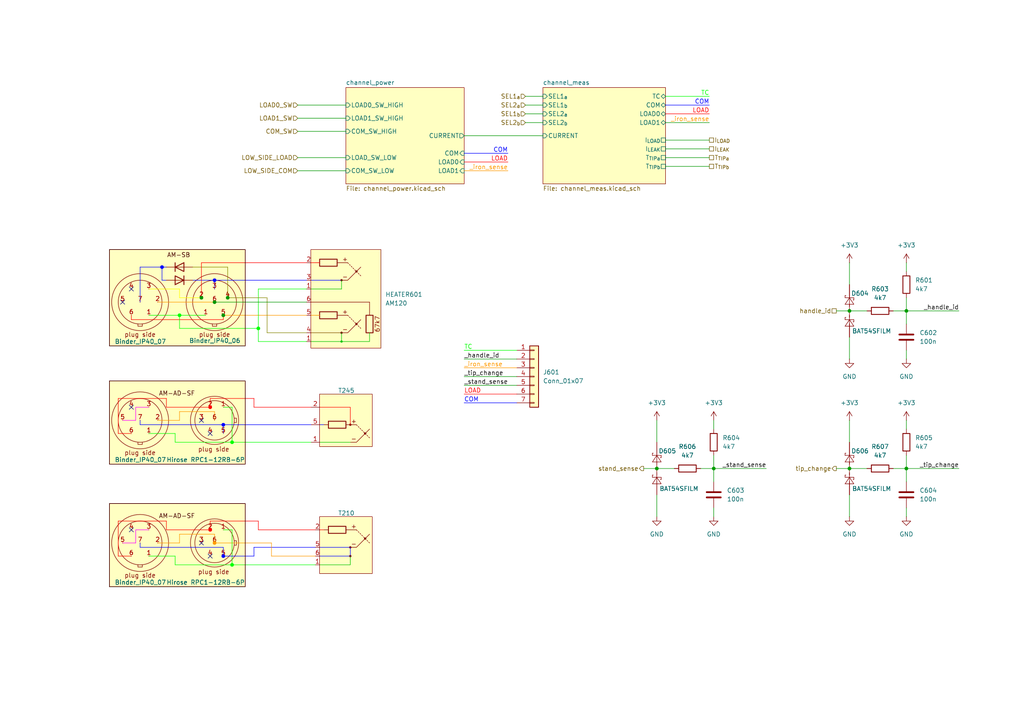
<source format=kicad_sch>
(kicad_sch (version 20231120) (generator "eeschema") (generator_version "8.0")
  (paper "A4")
  (lib_symbols
    (symbol "Connector_Generic:Conn_01x07" (pin_names (offset 1.016) hide)
      (property "Reference" "J" (at 0 10.16 0))
      (property "Value" "Conn_01x07" (at 0 -10.16 0))
      (symbol "Conn_01x07_1_1"
        (rectangle (start -1.27 -7.493) (end 0 -7.747) (stroke (width 0.1524)))
        (rectangle (start -1.27 -4.953) (end 0 -5.207) (stroke (width 0.1524)))
        (rectangle (start -1.27 -2.413) (end 0 -2.667) (stroke (width 0.1524)))
        (rectangle (start -1.27 0.127) (end 0 -0.127) (stroke (width 0.1524)))
        (rectangle (start -1.27 2.667) (end 0 2.413) (stroke (width 0.1524)))
        (rectangle (start -1.27 5.207) (end 0 4.953) (stroke (width 0.1524)))
        (rectangle (start -1.27 7.747) (end 0 7.493) (stroke (width 0.1524)))
        (rectangle (start -1.27 8.89) (end 1.27 -8.89) (stroke (width 0.254)) (fill (type background)))
        (pin passive line (at -5.08 7.62 0) (length 3.81) (name "Pin_1") (number "1"))
        (pin passive line (at -5.08 5.08 0) (length 3.81) (name "Pin_2") (number "2"))
        (pin passive line (at -5.08 2.54 0) (length 3.81) (name "Pin_3") (number "3"))
        (pin passive line (at -5.08 0 0) (length 3.81) (name "Pin_4") (number "4"))
        (pin passive line (at -5.08 -2.54 0) (length 3.81) (name "Pin_5") (number "5"))
        (pin passive line (at -5.08 -5.08 0) (length 3.81) (name "Pin_6") (number "6"))
        (pin passive line (at -5.08 -7.62 0) (length 3.81) (name "Pin_7") (number "7"))
      )
    )
    (symbol "Device:C" (pin_numbers hide) (pin_names (offset 0.254))
      (property "Reference" "C" (at 0.635 2.54 0))
      (property "Value" "C" (at 0.635 -2.54 0))
      (symbol "C_0_1"
        (polyline (pts (xy -2.032 -0.762) (xy 2.032 -0.762)) (stroke (width 0.508)))
        (polyline (pts (xy -2.032 0.762) (xy 2.032 0.762)) (stroke (width 0.508)))
      )
      (symbol "C_1_1"
        (pin passive line (at 0 3.81 270) (length 2.794) (name "~") (number "1"))
        (pin passive line (at 0 -3.81 90) (length 2.794) (name "~") (number "2"))
      )
    )
    (symbol "Device:D" (pin_numbers hide) (pin_names (offset 1.016) hide)
      (property "Reference" "D" (at 0 2.54 0))
      (property "Value" "D" (at 0 -2.54 0))
      (symbol "D_0_1"
        (polyline (pts (xy -1.27 1.27) (xy -1.27 -1.27)) (stroke (width 0.254)))
        (polyline (pts (xy 1.27 0) (xy -1.27 0)))
        (polyline (pts (xy 1.27 1.27) (xy 1.27 -1.27) (xy -1.27 0) (xy 1.27 1.27)) (stroke (width 0.254)))
      )
      (symbol "D_1_1"
        (pin passive line (at -3.81 0 0) (length 2.54) (name "K") (number "1"))
        (pin passive line (at 3.81 0 180) (length 2.54) (name "A") (number "2"))
      )
    )
    (symbol "Device:R" (pin_numbers hide) (pin_names (offset 0))
      (property "Reference" "R" (at 2.032 0 90))
      (property "Value" "R" (at 0 0 90))
      (symbol "R_0_1"
        (rectangle (start -1.016 -2.54) (end 1.016 2.54) (stroke (width 0.254)))
      )
      (symbol "R_1_1"
        (pin passive line (at 0 3.81 270) (length 1.27) (name "~") (number "1"))
        (pin passive line (at 0 -3.81 90) (length 1.27) (name "~") (number "2"))
      )
    )
    (symbol "mylib_connectors:Binder_IP40_06" (exclude_from_sim yes) (in_bom no) (on_board no)
      (property "Reference" "X" (at 0 9.144 0))
      (property "Value" "Binder_IP40_06" (at 0 -11.43 0))
      (symbol "Binder_IP40_06_1_1"
        (polyline (pts (xy -0.635 -6.35) (xy -0.635 -6.985) (xy 0.635 -6.985) (xy 0.635 -6.35)))
        (circle (center 0 0) (radius 6.35))
        (circle (center 0 0) (radius 8.255))
        (text "plug side" (at 0 -9.398 0) (effects (font (size 1.27 1.27))))
        (pin bidirectional line (at -2.54 -3.81 0) (length 0) (name "") (number "1"))
        (pin bidirectional line (at -3.81 1.27 0) (length 0) (name "") (number "2"))
        (pin bidirectional line (at 0 3.81 0) (length 0) (name "") (number "3"))
        (pin bidirectional line (at 3.81 1.27 0) (length 0) (name "") (number "4"))
        (pin bidirectional line (at 2.54 -3.81 0) (length 0) (name "") (number "5"))
        (pin bidirectional line (at 0 0 0) (length 0) (name "") (number "6"))
      )
    )
    (symbol "mylib_connectors:Binder_IP40_07" (exclude_from_sim yes) (in_bom no) (on_board no)
      (property "Reference" "X" (at 0 9.144 0))
      (property "Value" "Binder_IP40_07" (at 0 -11.43 0))
      (symbol "Binder_IP40_07_1_1"
        (polyline (pts (xy -0.635 -6.35) (xy -0.635 -6.985) (xy 0.635 -6.985) (xy 0.635 -6.35)))
        (circle (center 0 0) (radius 6.35))
        (circle (center 0 0) (radius 8.255))
        (text "plug side" (at 0 -9.398 0) (effects (font (size 1.27 1.27))))
        (pin bidirectional line (at 2.54 -3.81 0) (length 0) (name "") (number "1"))
        (pin bidirectional line (at 5.08 0 0) (length 0) (name "") (number "2"))
        (pin bidirectional line (at 2.54 3.81 0) (length 0) (name "") (number "3"))
        (pin bidirectional line (at -2.54 3.81 0) (length 0) (name "") (number "4"))
        (pin bidirectional line (at -5.08 0 0) (length 0) (name "") (number "5"))
        (pin bidirectional line (at -2.54 -3.81 0) (length 0) (name "") (number "6"))
        (pin bidirectional line (at 0 0 0) (length 0) (name "") (number "7"))
      )
    )
    (symbol "mylib_connectors:Hirose RPC1-12RB-6P" (exclude_from_sim yes) (in_bom no) (on_board no)
      (property "Reference" "X" (at 0 9.144 0))
      (property "Value" "Hirose RPC1-12RB-6P" (at 0 -11.43 0))
      (symbol "Hirose RPC1-12RB-6P_1_1"
        (polyline (pts (xy -0.635 -5.715) (xy -0.635 -6.35) (xy 0.635 -6.35) (xy 0.635 -5.715)))
        (circle (center 0 0) (radius 5.715))
        (circle (center 0 0) (radius 6.985))
        (text "plug side" (at -8.382 0.254 900) (effects (font (size 1.27 1.27))))
        (pin bidirectional line (at 3.81 -2.54 90) (length 0) (name "") (number "1"))
        (pin bidirectional line (at 3.81 1.27 90) (length 0) (name "") (number "2"))
        (pin bidirectional line (at 0 3.81 90) (length 0) (name "") (number "3"))
        (pin bidirectional line (at -3.81 1.27 90) (length 0) (name "") (number "4"))
        (pin bidirectional line (at -3.81 -2.54 90) (length 0) (name "") (number "5"))
        (pin bidirectional line (at 0 0 90) (length 0) (name "") (number "6"))
      )
    )
    (symbol "mylib_connectors:JBC-AM120" (exclude_from_sim yes) (in_bom no) (on_board no)
      (property "Reference" "HEATER" (at -0.508 12.7 0))
      (property "Value" "AM120" (at -0.508 -15.748 0))
      (symbol "JBC-AM120_0_1"
        (rectangle (start -7.62 -4.064) (end -2.54 -6.096) (stroke (width 0.254)))
        (rectangle (start -7.62 11.176) (end -2.54 9.144) (stroke (width 0.254)))
        (polyline (pts (xy -10.16 -1.27) (xy 6.858 -1.27)))
        (polyline (pts (xy -7.62 -5.08) (xy -8.89 -5.08)))
        (polyline (pts (xy -7.62 10.16) (xy -8.89 10.16)))
        (polyline (pts (xy -2.54 -5.08) (xy 0.508 -5.08)))
        (polyline (pts (xy -2.54 10.16) (xy 0.508 10.16)))
        (polyline (pts (xy -1.27 -10.16) (xy -10.16 -10.16)) (stroke (width 0) (color 128 77 0 1)))
        (polyline (pts (xy -1.27 5.08) (xy -10.16 5.08)) (stroke (width 0) (color 0 0 255 1)))
        (polyline (pts (xy 0.508 -5.08) (xy 0.762 -5.334)))
        (polyline (pts (xy 0.508 10.16) (xy 0.762 9.906)))
        (polyline (pts (xy 1.016 -5.588) (xy 1.27 -5.842)))
        (polyline (pts (xy 1.016 9.652) (xy 1.27 9.398)))
        (polyline (pts (xy 1.524 -6.096) (xy 1.778 -6.35)))
        (polyline (pts (xy 1.524 9.144) (xy 1.778 8.89)))
        (polyline (pts (xy 2.032 -6.604) (xy 2.286 -6.858)))
        (polyline (pts (xy 2.032 8.636) (xy 2.286 8.382)))
        (polyline (pts (xy 2.54 -7.112) (xy 2.794 -7.366)))
        (polyline (pts (xy 2.54 8.128) (xy 2.794 7.874)))
        (polyline (pts (xy 3.048 -7.62) (xy 3.302 -7.874)))
        (polyline (pts (xy 3.048 7.62) (xy 3.302 7.366)))
        (polyline (pts (xy 3.556 -8.128) (xy 3.81 -8.382)))
        (polyline (pts (xy 3.556 7.112) (xy 3.81 6.858)))
        (polyline (pts (xy 4.064 -8.636) (xy 4.318 -8.89)))
        (polyline (pts (xy 4.064 6.604) (xy 4.318 6.35)))
        (polyline (pts (xy 6.858 -1.27) (xy 6.858 -5.08)))
        (polyline (pts (xy -1.27 -10.16) (xy 0.508 -10.16) (xy 4.318 -6.35)))
        (polyline (pts (xy -1.27 5.08) (xy 0.508 5.08) (xy 4.318 8.89)))
        (circle (center 3.048 -7.62) (radius 0.254) (fill (type outline)))
        (circle (center 3.048 7.62) (radius 0.254) (fill (type outline)))
        (rectangle (start 5.842 -5.08) (end 7.874 -10.16) (stroke (width 0.254)))
      )
      (symbol "JBC-AM120_1_1"
        (rectangle (start -10.16 13.97) (end 10.16 -14.605) (fill (type background)))
        (circle (center -1.27 -12.7) (radius 0.254) (stroke (width 0) (color 0 194 0 1)) (fill (type color) (color 0 194 0 1)))
        (circle (center -1.27 -10.16) (radius 0.254) (fill (type color) (color 132 0 0 1)))
        (circle (center -1.27 5.08) (radius 0.254) (fill (type color) (color 132 0 0 1)))
        (polyline (pts (xy -10.16 -5.08) (xy -7.62 -5.08)) (stroke (width 0) (color 255 153 0 1)))
        (polyline (pts (xy -7.62 10.16) (xy -10.16 10.16)) (stroke (width 0) (color 255 0 0 1)))
        (polyline (pts (xy -1.27 -12.7) (xy -10.16 -12.7)) (stroke (width 0) (color 0 194 0 1)))
        (polyline (pts (xy -1.27 -12.7) (xy -1.27 -10.16)) (stroke (width 0) (color 0 194 0 1)) (fill (type color)))
        (polyline (pts (xy -1.27 2.54) (xy -10.16 2.54)) (stroke (width 0) (color 0 194 0 1)))
        (polyline (pts (xy -1.27 2.54) (xy -1.27 5.08)) (stroke (width 0) (color 0 194 0 1)))
        (polyline (pts (xy -1.27 -12.7) (xy 6.858 -12.7) (xy 6.858 -10.16)) (stroke (width 0) (color 0 194 0 1)))
        (text "+" (at -0.254 -4.064 0) (effects (font (size 1.27 1.27))))
        (text "+" (at -0.254 11.176 0) (effects (font (size 1.27 1.27))))
        (text "-\n" (at -0.254 -9.144 0) (effects (font (size 1.27 1.27))))
        (text "-\n" (at -0.254 6.096 0) (effects (font (size 1.27 1.27))))
        (text "67k7" (at 9.144 -7.62 900) (effects (font (size 1.27 1.27))))
        (pin bidirectional line (at -11.43 -12.7 0) (length 1.27) (name "") (number "1"))
        (pin bidirectional line (at -11.43 2.54 0) (length 1.27) (name "") (number "1"))
        (pin bidirectional line (at -11.43 10.16 0) (length 1.27) (name "") (number "2"))
        (pin bidirectional line (at -11.43 5.08 0) (length 1.27) (name "") (number "3"))
        (pin bidirectional line (at -11.43 -10.16 0) (length 1.27) (name "") (number "4"))
        (pin bidirectional line (at -11.43 -5.08 0) (length 1.27) (name "") (number "5"))
        (pin bidirectional line (at -11.43 -1.27 0) (length 1.27) (name "") (number "6"))
      )
    )
    (symbol "mylib_connectors:JBC-T210" (exclude_from_sim yes) (in_bom no) (on_board no)
      (property "Reference" "HEATER" (at -0.254 6.35 0))
      (property "Value" "T210" (at 0 -10.16 0))
      (symbol "JBC-T210_0_1"
        (rectangle (start -5.08 4.826) (end 0 2.794) (stroke (width 0.254)))
        (polyline (pts (xy -5.08 3.81) (xy -6.35 3.81)))
        (polyline (pts (xy 0 3.81) (xy 3.048 3.81)))
        (polyline (pts (xy 1.27 -3.81) (xy -7.62 -3.81)) (stroke (width 0) (color 0 0 255 1)))
        (polyline (pts (xy 1.27 -1.27) (xy -7.62 -1.27)) (stroke (width 0) (color 0 0 255 1)))
        (polyline (pts (xy 3.048 3.81) (xy 3.302 3.556)))
        (polyline (pts (xy 3.556 3.302) (xy 3.81 3.048)))
        (polyline (pts (xy 4.064 2.794) (xy 4.318 2.54)))
        (polyline (pts (xy 4.572 2.286) (xy 4.826 2.032)))
        (polyline (pts (xy 5.08 1.778) (xy 5.334 1.524)))
        (polyline (pts (xy 5.588 1.27) (xy 5.842 1.016)))
        (polyline (pts (xy 6.096 0.762) (xy 6.35 0.508)))
        (polyline (pts (xy 6.604 0.254) (xy 6.858 0)))
        (polyline (pts (xy 1.27 -1.27) (xy 3.048 -1.27) (xy 6.858 2.54)))
        (circle (center 5.588 1.27) (radius 0.254) (fill (type outline)))
      )
      (symbol "JBC-T210_1_1"
        (rectangle (start -7.62 7.62) (end 7.62 -8.89) (fill (type background)))
        (polyline (pts (xy -6.35 3.81) (xy -7.62 3.81)) (stroke (width 0) (color 255 0 0 1)))
        (polyline (pts (xy 1.27 -3.81) (xy 1.27 -1.27)) (stroke (width 0) (color 0 0 255 1)))
        (polyline (pts (xy 1.27 -3.81) (xy 1.27 -6.35) (xy -7.62 -6.35)) (stroke (width 0) (color 0 194 0 1)))
        (circle (center 1.27 -3.81) (radius 0.254) (fill (type color) (color 132 0 0 1)))
        (circle (center 1.27 -1.27) (radius 0.254) (fill (type color) (color 132 0 0 1)))
        (text "+" (at 2.286 4.826 0) (effects (font (size 1.27 1.27))))
        (text "-\n" (at 2.286 -0.254 0) (effects (font (size 1.27 1.27))))
        (pin bidirectional line (at -8.89 -6.35 0) (length 1.27) (name "") (number "1"))
        (pin bidirectional line (at -8.89 3.81 0) (length 1.27) (name "") (number "2"))
        (pin bidirectional line (at -8.89 -1.27 0) (length 1.27) (name "") (number "5"))
        (pin bidirectional line (at -8.89 -3.81 0) (length 1.27) (name "") (number "6"))
      )
    )
    (symbol "mylib_connectors:JBC-T245" (exclude_from_sim yes) (in_bom no) (on_board no)
      (property "Reference" "HEATER" (at 0 5.842 0))
      (property "Value" "T245" (at 0 -8.89 0))
      (symbol "JBC-T245_0_1"
        (rectangle (start -5.08 -0.254) (end 0 -2.286) (stroke (width 0.254)))
        (polyline (pts (xy -6.35 -1.27) (xy -7.62 -1.27)) (stroke (width 0) (color 0 0 255 1)))
        (polyline (pts (xy -5.08 -1.27) (xy -6.35 -1.27)))
        (polyline (pts (xy 0 -1.27) (xy 3.048 -1.27)))
        (polyline (pts (xy 3.048 -1.27) (xy 3.302 -1.524)))
        (polyline (pts (xy 3.556 -1.778) (xy 3.81 -2.032)))
        (polyline (pts (xy 4.064 -2.286) (xy 4.318 -2.54)))
        (polyline (pts (xy 4.572 -2.794) (xy 4.826 -3.048)))
        (polyline (pts (xy 5.08 -3.302) (xy 5.334 -3.556)))
        (polyline (pts (xy 5.588 -3.81) (xy 5.842 -4.064)))
        (polyline (pts (xy 6.096 -4.318) (xy 6.35 -4.572)))
        (polyline (pts (xy 6.604 -4.826) (xy 6.858 -5.08)))
        (polyline (pts (xy 1.27 -6.35) (xy 3.048 -6.35) (xy 6.858 -2.54)))
        (circle (center 5.588 -3.81) (radius 0.254) (fill (type outline)))
      )
      (symbol "JBC-T245_1_1"
        (rectangle (start -7.62 7.62) (end 7.62 -7.62) (fill (type background)))
        (polyline (pts (xy 1.27 -6.35) (xy 1.27 -6.35) (xy -7.62 -6.35)) (stroke (width 0) (color 0 194 0 1)))
        (polyline (pts (xy 1.27 -1.27) (xy 1.27 3.81) (xy -7.62 3.81)) (stroke (width 0) (color 255 0 0 1)))
        (circle (center 1.27 -1.27) (radius 0.254) (fill (type color) (color 132 0 0 1)))
        (text "+" (at 2.286 -0.254 0) (effects (font (size 1.27 1.27))))
        (text "-\n" (at 2.286 -5.334 0) (effects (font (size 1.27 1.27))))
        (pin bidirectional line (at -10.16 -6.35 0) (length 2.54) (name "") (number "1"))
        (pin bidirectional line (at -10.16 3.81 0) (length 2.54) (name "") (number "2"))
        (pin bidirectional line (at -10.16 -1.27 0) (length 2.54) (name "") (number "5"))
      )
    )
    (symbol "mylib_diodes:BAT54SFILM" (pin_numbers hide) (pin_names hide)
      (property "Reference" "D" (at 0 5.588 0))
      (property "Value" "BAT54SFILM" (at 0 0 0))
      (property "Mouser" "511-BAT54SFILM" (at 0 0 0))
      (symbol "BAT54SFILM_0_1"
        (polyline (pts (xy -3.81 0) (xy -1.27 0)))
        (polyline (pts (xy -3.175 -1.27) (xy -3.175 -1.016)))
        (polyline (pts (xy -2.54 -1.27) (xy -3.175 -1.27)))
        (polyline (pts (xy -2.54 -1.27) (xy -2.54 1.27)))
        (polyline (pts (xy -2.54 1.27) (xy -1.905 1.27)))
        (polyline (pts (xy -1.905 0) (xy 1.905 0)))
        (polyline (pts (xy -1.905 1.27) (xy -1.905 1.016)))
        (polyline (pts (xy 1.27 0) (xy 3.81 0)))
        (polyline (pts (xy 3.175 -1.27) (xy 3.175 -1.016)))
        (polyline (pts (xy 3.81 -1.27) (xy 3.175 -1.27)))
        (polyline (pts (xy 3.81 -1.27) (xy 3.81 1.27)))
        (polyline (pts (xy 3.81 1.27) (xy 4.445 1.27)))
        (polyline (pts (xy 4.445 1.27) (xy 4.445 1.016)))
        (polyline (pts (xy -4.445 1.27) (xy -4.445 -1.27) (xy -2.54 0) (xy -4.445 1.27)))
        (polyline (pts (xy 1.905 1.27) (xy 1.905 -1.27) (xy 3.81 0) (xy 1.905 1.27)))
      )
      (symbol "BAT54SFILM_1_1"
        (pin passive line (at -7.62 0 0) (length 3.81) (name "") (number "1"))
        (pin passive line (at 7.62 0 180) (length 3.81) (name "") (number "2"))
        (pin passive line (at 0 0 0) (length 0) (name "") (number "3"))
      )
    )
    (symbol "power:+3V3" (power) (pin_numbers hide) (pin_names (offset 0) hide)
      (property "Value" "+3V3" (at 0 3.556 0))
      (symbol "+3V3_0_1"
        (polyline (pts (xy -0.762 1.27) (xy 0 2.54)))
        (polyline (pts (xy 0 0) (xy 0 2.54)))
        (polyline (pts (xy 0 2.54) (xy 0.762 1.27)))
      )
      (symbol "+3V3_1_1"
        (pin power_in line (at 0 0 90) (length 0) (name "~") (number "1"))
      )
    )
    (symbol "power:GND" (power) (pin_numbers hide) (pin_names (offset 0) hide)
      (property "Value" "GND" (at 0 -3.81 0))
      (symbol "GND_0_1"
        (polyline (pts (xy 0 0) (xy 0 -1.27) (xy 1.27 -1.27) (xy 0 -2.54) (xy -1.27 -1.27) (xy 0 -1.27)))
      )
      (symbol "GND_1_1"
        (pin power_in line (at 0 0 270) (length 0) (name "~") (number "1"))
      )
    )
  )
  (junction (at 74.93 95.25) (color 0 255 0 1))
  (junction (at 46.99 77.47) (color 0 0 255 1))
  (junction (at 60.96 118.11) (color 255 0 0 1))
  (junction (at 262.89 90.17))
  (junction (at 67.31 128.27) (color 0 255 0 1))
  (junction (at 62.23 87.63))
  (junction (at 246.38 90.17))
  (junction (at 58.42 86.36))
  (junction (at 262.89 135.89))
  (junction (at 64.77 161.29) (color 0 0 255 1))
  (junction (at 62.23 81.28) (color 0 0 255 1))
  (junction (at 64.77 123.19) (color 0 0 255 1))
  (junction (at 62.23 157.48) (color 255 153 0 1))
  (junction (at 190.5 135.89))
  (junction (at 66.04 86.36))
  (junction (at 207.01 135.89))
  (junction (at 60.96 153.67) (color 255 0 0 1))
  (junction (at 67.31 163.83) (color 0 255 0 1))
  (junction (at 52.07 91.44) (color 0 255 0 1))
  (junction (at 246.38 135.89))
  (junction (at 64.77 91.44))
  (no_connect (at 60.96 161.29))
  (no_connect (at 38.1 118.11))
  (no_connect (at 35.56 87.63))
  (no_connect (at 38.1 83.82))
  (no_connect (at 58.42 121.92))
  (no_connect (at 38.1 153.67))
  (no_connect (at 60.96 125.73))
  (no_connect (at 58.42 157.48))
  (wire (pts (xy 52.07 86.36) (xy 52.07 83.82)) (stroke (width 0) (color 255 255 0 1)))
  (wire (pts (xy 38.1 92.71) (xy 64.77 92.71)) (stroke (width 0) (color 255 0 0 1)))
  (wire (pts (xy 86.36 30.48) (xy 100.33 30.48)))
  (wire (pts (xy 90.17 118.11) (xy 73.66 118.11)) (stroke (width 0) (color 255 0 0 1)))
  (wire (pts (xy 67.31 163.83) (xy 91.44 163.83)) (stroke (width 0) (color 0 255 0 1)))
  (wire (pts (xy 64.77 158.75) (xy 64.77 161.29)) (stroke (width 0) (color 0 0 255 1)))
  (wire (pts (xy 77.47 86.36) (xy 66.04 86.36)) (stroke (width 0) (color 132 132 0 1)))
  (wire (pts (xy 64.77 123.19) (xy 90.17 123.19)) (stroke (width 0) (color 0 0 255 1)))
  (wire (pts (xy 55.88 81.28) (xy 62.23 81.28)) (stroke (width 0) (color 0 0 255 1)))
  (wire (pts (xy 91.44 153.67) (xy 74.93 153.67)) (stroke (width 0) (color 255 0 0 1)))
  (wire (pts (xy 74.93 153.67) (xy 74.93 151.13)) (stroke (width 0) (color 255 0 0 1)))
  (wire (pts (xy 134.62 49.53) (xy 147.32 49.53)) (stroke (width 0) (color 255 153 0 1)))
  (wire (pts (xy 152.4 27.94) (xy 157.48 27.94)))
  (wire (pts (xy 246.38 90.17) (xy 251.46 90.17)))
  (wire (pts (xy 86.36 38.1) (xy 100.33 38.1)))
  (wire (pts (xy 48.26 115.57) (xy 48.26 118.11)) (stroke (width 0) (color 255 0 0 1)))
  (wire (pts (xy 262.89 121.92) (xy 262.89 124.46)))
  (wire (pts (xy 64.77 123.19) (xy 64.77 125.73)) (stroke (width 0) (color 0 0 255 1)))
  (wire (pts (xy 242.57 90.17) (xy 246.38 90.17)))
  (wire (pts (xy 50.8 125.73) (xy 50.8 128.27)) (stroke (width 0) (color 0 255 0 1)))
  (wire (pts (xy 55.88 77.47) (xy 66.04 77.47)) (stroke (width 0) (color 132 132 0 1)))
  (wire (pts (xy 62.23 119.38) (xy 62.23 121.92)) (stroke (width 0) (color 255 153 0 1)))
  (wire (pts (xy 48.26 151.13) (xy 48.26 153.67)) (stroke (width 0) (color 255 0 0 1)))
  (wire (pts (xy 74.93 99.06) (xy 74.93 95.25)) (stroke (width 0) (color 0 255 0 1)))
  (wire (pts (xy 193.04 30.48) (xy 205.74 30.48)) (stroke (width 0) (color 0 0 255 1)))
  (wire (pts (xy 86.36 49.53) (xy 100.33 49.53)))
  (wire (pts (xy 62.23 81.28) (xy 62.23 83.82)) (stroke (width 0) (color 0 0 255 1)))
  (wire (pts (xy 262.89 135.89) (xy 278.13 135.89)))
  (wire (pts (xy 62.23 81.28) (xy 88.9 81.28)) (stroke (width 0) (color 0 0 255 1)))
  (wire (pts (xy 74.93 83.82) (xy 74.93 95.25)) (stroke (width 0) (color 0 255 0 1)))
  (wire (pts (xy 91.44 158.75) (xy 73.66 158.75)) (stroke (width 0) (color 0 0 255 1)))
  (wire (pts (xy 152.4 33.02) (xy 157.48 33.02)))
  (wire (pts (xy 67.31 118.11) (xy 64.77 118.11)) (stroke (width 0) (color 0 255 0 1)))
  (wire (pts (xy 193.04 43.18) (xy 205.74 43.18)))
  (wire (pts (xy 246.38 76.2) (xy 246.38 82.55)))
  (wire (pts (xy 190.5 135.89) (xy 195.58 135.89)))
  (wire (pts (xy 38.1 91.44) (xy 38.1 92.71)) (stroke (width 0) (color 255 0 0 1)))
  (wire (pts (xy 43.18 91.44) (xy 52.07 91.44)) (stroke (width 0) (color 0 255 0 1)))
  (wire (pts (xy 193.04 35.56) (xy 205.74 35.56)))
  (wire (pts (xy 193.04 33.02) (xy 205.74 33.02)) (stroke (width 0) (color 255 0 0 1)))
  (wire (pts (xy 67.31 128.27) (xy 67.31 118.11)) (stroke (width 0) (color 0 255 0 1)))
  (wire (pts (xy 46.99 81.28) (xy 46.99 77.47)) (stroke (width 0) (color 0 0 255 1)))
  (wire (pts (xy 86.36 45.72) (xy 100.33 45.72)))
  (wire (pts (xy 86.36 34.29) (xy 100.33 34.29)))
  (wire (pts (xy 50.8 128.27) (xy 67.31 128.27)) (stroke (width 0) (color 0 255 0 1)))
  (wire (pts (xy 50.8 161.29) (xy 50.8 163.83)) (stroke (width 0) (color 0 255 0 1)))
  (wire (pts (xy 34.29 125.73) (xy 34.29 115.57)) (stroke (width 0) (color 255 0 0 1)))
  (wire (pts (xy 52.07 154.94) (xy 62.23 154.94)) (stroke (width 0) (color 255 153 0 1)))
  (wire (pts (xy 66.04 86.36) (xy 66.04 77.47)) (stroke (width 0) (color 132 132 0 1)))
  (wire (pts (xy 52.07 95.25) (xy 52.07 91.44)) (stroke (width 0) (color 0 255 0 1)))
  (wire (pts (xy 48.26 81.28) (xy 46.99 81.28)) (stroke (width 0) (color 0 0 255 1)))
  (wire (pts (xy 73.66 158.75) (xy 73.66 161.29)) (stroke (width 0) (color 0 0 255 1)))
  (wire (pts (xy 242.57 135.89) (xy 246.38 135.89)))
  (wire (pts (xy 60.96 151.13) (xy 60.96 153.67)) (stroke (width 0) (color 255 0 0 1)))
  (wire (pts (xy 34.29 125.73) (xy 38.1 125.73)) (stroke (width 0) (color 255 0 0 1)))
  (wire (pts (xy 207.01 135.89) (xy 207.01 139.7)))
  (wire (pts (xy 91.44 161.29) (xy 78.74 161.29)) (stroke (width 0) (color 255 153 0 1)))
  (wire (pts (xy 259.08 135.89) (xy 262.89 135.89)))
  (wire (pts (xy 262.89 147.32) (xy 262.89 149.86)))
  (wire (pts (xy 262.89 90.17) (xy 262.89 93.98)))
  (wire (pts (xy 246.38 135.89) (xy 251.46 135.89)))
  (wire (pts (xy 78.74 157.48) (xy 62.23 157.48)) (stroke (width 0) (color 255 153 0 1)))
  (wire (pts (xy 207.01 147.32) (xy 207.01 149.86)))
  (wire (pts (xy 64.77 92.71) (xy 64.77 91.44)) (stroke (width 0) (color 255 0 0 1)))
  (wire (pts (xy 186.69 135.89) (xy 190.5 135.89)))
  (wire (pts (xy 43.18 161.29) (xy 50.8 161.29)) (stroke (width 0) (color 0 255 0 1)))
  (wire (pts (xy 40.64 77.47) (xy 46.99 77.47)) (stroke (width 0) (color 0 0 255 1)))
  (wire (pts (xy 88.9 96.52) (xy 77.47 96.52)) (stroke (width 0) (color 132 132 0 1)))
  (wire (pts (xy 74.93 151.13) (xy 60.96 151.13)) (stroke (width 0) (color 255 0 0 1)))
  (wire (pts (xy 50.8 163.83) (xy 67.31 163.83)) (stroke (width 0) (color 0 255 0 1)))
  (wire (pts (xy 207.01 135.89) (xy 222.25 135.89)))
  (wire (pts (xy 45.72 157.48) (xy 52.07 157.48)) (stroke (width 0) (color 255 153 0 1)))
  (wire (pts (xy 40.64 158.75) (xy 64.77 158.75)) (stroke (width 0) (color 0 0 255 1)))
  (wire (pts (xy 45.72 87.63) (xy 62.23 87.63)) (stroke (width 0) (color 255 153 0 1)))
  (wire (pts (xy 62.23 154.94) (xy 62.23 157.48)) (stroke (width 0) (color 255 153 0 1)))
  (wire (pts (xy 34.29 161.29) (xy 34.29 151.13)) (stroke (width 0) (color 255 0 0 1)))
  (wire (pts (xy 40.64 121.92) (xy 40.64 123.19)) (stroke (width 0) (color 0 0 255 1)))
  (wire (pts (xy 35.56 121.92) (xy 39.37 121.92)) (stroke (width 0) (color 255 0 255 1)))
  (wire (pts (xy 73.66 118.11) (xy 73.66 115.57)) (stroke (width 0) (color 255 0 0 1)))
  (wire (pts (xy 78.74 161.29) (xy 78.74 157.48)) (stroke (width 0) (color 255 153 0 1)))
  (wire (pts (xy 90.17 128.27) (xy 67.31 128.27)) (stroke (width 0) (color 0 255 0 1)))
  (wire (pts (xy 60.96 115.57) (xy 60.96 118.11)) (stroke (width 0) (color 255 0 0 1)))
  (wire (pts (xy 190.5 143.51) (xy 190.5 149.86)))
  (wire (pts (xy 246.38 121.92) (xy 246.38 128.27)))
  (wire (pts (xy 134.62 114.3) (xy 149.86 114.3)) (stroke (width 0) (color 255 0 0 1)))
  (wire (pts (xy 134.62 39.37) (xy 157.48 39.37)))
  (wire (pts (xy 34.29 161.29) (xy 38.1 161.29)) (stroke (width 0) (color 255 0 0 1)))
  (wire (pts (xy 134.62 46.99) (xy 147.32 46.99)) (stroke (width 0) (color 255 0 0 1)))
  (wire (pts (xy 207.01 135.89) (xy 207.01 132.08)))
  (wire (pts (xy 88.9 83.82) (xy 74.93 83.82)) (stroke (width 0) (color 0 255 0 1)))
  (wire (pts (xy 262.89 101.6) (xy 262.89 104.14)))
  (wire (pts (xy 262.89 90.17) (xy 262.89 86.36)))
  (wire (pts (xy 77.47 96.52) (xy 77.47 86.36)) (stroke (width 0) (color 132 132 0 1)))
  (wire (pts (xy 246.38 143.51) (xy 246.38 149.86)))
  (wire (pts (xy 134.62 106.68) (xy 149.86 106.68)) (stroke (width 0) (color 255 153 0 1)))
  (wire (pts (xy 193.04 45.72) (xy 205.74 45.72)))
  (wire (pts (xy 152.4 35.56) (xy 157.48 35.56)))
  (wire (pts (xy 67.31 153.67) (xy 64.77 153.67)) (stroke (width 0) (color 0 255 0 1)))
  (wire (pts (xy 52.07 121.92) (xy 52.07 119.38)) (stroke (width 0) (color 255 153 0 1)))
  (wire (pts (xy 246.38 97.79) (xy 246.38 104.14)))
  (wire (pts (xy 46.99 77.47) (xy 48.26 77.47)) (stroke (width 0) (color 0 0 255 1)))
  (wire (pts (xy 134.62 111.76) (xy 149.86 111.76)))
  (wire (pts (xy 88.9 76.2) (xy 58.42 76.2)) (stroke (width 0) (color 255 0 0 1)))
  (wire (pts (xy 67.31 163.83) (xy 67.31 153.67)) (stroke (width 0) (color 0 255 0 1)))
  (wire (pts (xy 134.62 44.45) (xy 147.32 44.45)) (stroke (width 0) (color 0 0 255 1)))
  (wire (pts (xy 73.66 115.57) (xy 60.96 115.57)) (stroke (width 0) (color 255 0 0 1)))
  (wire (pts (xy 203.2 135.89) (xy 207.01 135.89)))
  (wire (pts (xy 45.72 121.92) (xy 52.07 121.92)) (stroke (width 0) (color 255 153 0 1)))
  (wire (pts (xy 262.89 135.89) (xy 262.89 139.7)))
  (wire (pts (xy 52.07 119.38) (xy 62.23 119.38)) (stroke (width 0) (color 255 153 0 1)))
  (wire (pts (xy 39.37 121.92) (xy 39.37 118.11)) (stroke (width 0) (color 255 0 255 1)))
  (wire (pts (xy 58.42 76.2) (xy 58.42 86.36)) (stroke (width 0) (color 255 0 0 1)))
  (wire (pts (xy 35.56 157.48) (xy 39.37 157.48)) (stroke (width 0) (color 255 0 255 1)))
  (wire (pts (xy 39.37 157.48) (xy 39.37 153.67)) (stroke (width 0) (color 255 0 255 1)))
  (wire (pts (xy 207.01 121.92) (xy 207.01 124.46)))
  (wire (pts (xy 190.5 121.92) (xy 190.5 128.27)))
  (wire (pts (xy 52.07 91.44) (xy 59.69 91.44)) (stroke (width 0) (color 0 255 0 1)))
  (wire (pts (xy 52.07 157.48) (xy 52.07 154.94)) (stroke (width 0) (color 255 153 0 1)))
  (wire (pts (xy 134.62 101.6) (xy 149.86 101.6)) (stroke (width 0) (color 0 255 0 1)))
  (wire (pts (xy 64.77 91.44) (xy 88.9 91.44)) (stroke (width 0) (color 255 153 0 1)))
  (wire (pts (xy 193.04 40.64) (xy 205.74 40.64)))
  (wire (pts (xy 40.64 157.48) (xy 40.64 158.75)) (stroke (width 0) (color 0 0 255 1)))
  (wire (pts (xy 262.89 90.17) (xy 278.13 90.17)))
  (wire (pts (xy 40.64 87.63) (xy 40.64 77.47)) (stroke (width 0) (color 0 0 255 1)))
  (wire (pts (xy 193.04 27.94) (xy 205.74 27.94)) (stroke (width 0) (color 0 255 0 1)))
  (wire (pts (xy 134.62 116.84) (xy 149.86 116.84)) (stroke (width 0) (color 0 0 255 1)))
  (wire (pts (xy 52.07 83.82) (xy 43.18 83.82)) (stroke (width 0) (color 255 255 0 1)))
  (wire (pts (xy 48.26 118.11) (xy 60.96 118.11)) (stroke (width 0) (color 255 0 0 1)))
  (wire (pts (xy 34.29 151.13) (xy 48.26 151.13)) (stroke (width 0) (color 255 0 0 1)))
  (wire (pts (xy 262.89 135.89) (xy 262.89 132.08)))
  (wire (pts (xy 34.29 115.57) (xy 48.26 115.57)) (stroke (width 0) (color 255 0 0 1)))
  (wire (pts (xy 73.66 161.29) (xy 64.77 161.29)) (stroke (width 0) (color 0 0 255 1)))
  (wire (pts (xy 58.42 86.36) (xy 52.07 86.36)) (stroke (width 0) (color 255 255 0 1)))
  (wire (pts (xy 88.9 99.06) (xy 74.93 99.06)) (stroke (width 0) (color 0 255 0 1)))
  (wire (pts (xy 262.89 76.2) (xy 262.89 78.74)))
  (wire (pts (xy 43.18 125.73) (xy 50.8 125.73)) (stroke (width 0) (color 0 255 0 1)))
  (wire (pts (xy 152.4 30.48) (xy 157.48 30.48)))
  (wire (pts (xy 40.64 123.19) (xy 64.77 123.19)) (stroke (width 0) (color 0 0 255 1)))
  (wire (pts (xy 39.37 153.67) (xy 43.18 153.67)) (stroke (width 0) (color 255 0 255 1)))
  (wire (pts (xy 259.08 90.17) (xy 262.89 90.17)))
  (wire (pts (xy 193.04 48.26) (xy 205.74 48.26)))
  (wire (pts (xy 149.86 104.14) (xy 134.62 104.14)))
  (wire (pts (xy 74.93 95.25) (xy 52.07 95.25)) (stroke (width 0) (color 0 255 0 1)))
  (wire (pts (xy 149.86 109.22) (xy 134.62 109.22)))
  (wire (pts (xy 62.23 87.63) (xy 88.9 87.63)))
  (wire (pts (xy 39.37 118.11) (xy 43.18 118.11)) (stroke (width 0) (color 255 0 255 1)))
  (wire (pts (xy 48.26 153.67) (xy 60.96 153.67)) (stroke (width 0) (color 255 0 0 1)))
  (rectangle (start 31.75 72.39) (end 71.12 100.33) (stroke (width 0.2032) (color 72 0 0 1)) (fill (type color) (color 255 255 194 1)))
  (rectangle (start 31.75 146.05) (end 71.12 170.18) (stroke (width 0.2032) (color 72 0 0 1)) (fill (type color) (color 255 255 194 1)))
  (rectangle (start 31.75 110.49) (end 71.12 134.62) (stroke (width 0.2032) (color 72 0 0 1)) (fill (type color) (color 255 255 194 1)))
  (text "AM-SB" (at 51.816 74.168 0) (effects (font (size 1.27 1.27))))
  (text "AM-AD-SF" (at 51.308 114.3 0) (effects (font (size 1.27 1.27))))
  (text "AM-AD-SF" (at 51.308 149.86 0) (effects (font (size 1.27 1.27))))
  (label "LOAD" (at 205.74 33.02 180))
  (label "LOAD" (at 134.62 114.3 0))
  (label "TC" (at 205.74 27.94 180))
  (label "COM" (at 134.62 116.84 0))
  (label "TC" (at 134.62 101.6 0))
  (label "_tip_change" (at 134.62 109.22 0))
  (label "_stand_sense" (at 222.25 135.89 180))
  (label "_stand_sense" (at 134.62 111.76 0))
  (label "_handle_id" (at 278.13 90.17 180))
  (label "COM" (at 205.74 30.48 180))
  (label "_iron_sense" (at 205.74 35.56 180))
  (label "LOAD" (at 147.32 46.99 180))
  (label "_iron_sense" (at 147.32 49.53 180))
  (label "_iron_sense" (at 134.62 106.68 0))
  (label "_handle_id" (at 134.62 104.14 0))
  (label "COM" (at 147.32 44.45 180))
  (label "_tip_change" (at 278.13 135.89 180))
  (hierarchical_label "LOW_SIDE_COM" (shape input) (at 86.36 49.53 180))
  (hierarchical_label "T_{TIP}_{a}" (shape passive) (at 205.74 45.72 0))
  (hierarchical_label "LOAD0_SW" (shape input) (at 86.36 30.48 180))
  (hierarchical_label "stand_sense" (shape output) (at 186.69 135.89 180))
  (hierarchical_label "tip_change" (shape output) (at 242.57 135.89 180))
  (hierarchical_label "T_{TIP}_{b}" (shape passive) (at 205.74 48.26 0))
  (hierarchical_label "I_{LOAD}" (shape passive) (at 205.74 40.64 0))
  (hierarchical_label "handle_id" (shape passive) (at 242.57 90.17 180))
  (hierarchical_label "I_{LEAK}" (shape passive) (at 205.74 43.18 0))
  (hierarchical_label "SEL1_{b}" (shape input) (at 152.4 33.02 180))
  (hierarchical_label "COM_SW" (shape input) (at 86.36 38.1 180))
  (hierarchical_label "LOW_SIDE_LOAD" (shape input) (at 86.36 45.72 180))
  (hierarchical_label "SEL2_{b}" (shape input) (at 152.4 35.56 180))
  (hierarchical_label "LOAD1_SW" (shape input) (at 86.36 34.29 180))
  (hierarchical_label "SEL2_{a}" (shape input) (at 152.4 30.48 180))
  (hierarchical_label "SEL1_{a}" (shape input) (at 152.4 27.94 180))
  (symbol (lib_id "Device:R") (at 262.89 128.27 0) (unit 1) (exclude_from_sim yes)
    (property "Reference" "R605" (at 265.43 126.9999 0) (effects (justify left)))
    (property "Value" "4k7" (at 265.43 129.5399 0) (effects (justify left)))
    (property "Footprint" "Resistor_SMD:R_0603_1608Metric" (effects (hide yes)))
    (property "Description" "Resistor" (effects (hide yes)))
    (property "Digikey" "311-4.70KHRCT-ND" (effects (hide yes)))
  )
  (symbol (lib_id "Device:R") (at 255.27 135.89 90) (unit 1) (exclude_from_sim yes)
    (property "Reference" "R607" (at 255.27 129.5401 90))
    (property "Value" "4k7" (at 255.27 132.0801 90))
    (property "Footprint" "Resistor_SMD:R_0603_1608Metric" (effects (hide yes)))
    (property "Description" "Resistor" (effects (hide yes)))
    (property "Digikey" "311-4.70KHRCT-ND" (effects (hide yes)))
  )
  (symbol (lib_id "Device:C") (at 262.89 143.51 0) (unit 1) (exclude_from_sim yes)
    (property "Reference" "C604" (at 266.7 142.2399 0) (effects (justify left)))
    (property "Value" "100n" (at 266.7 144.7799 0) (effects (justify left)))
    (property "Footprint" "Capacitor_SMD:C_0603_1608Metric" (effects (hide yes)))
    (property "Description" "Unpolarized capacitor" (effects (hide yes)))
    (property "Digikey" "1276-1000-1-ND" (effects (hide yes)))
  )
  (symbol (lib_id "mylib_connectors:JBC-AM120") (at 100.33 86.36 0) (unit 1) (exclude_from_sim yes) (in_bom no) (on_board no)
    (property "Reference" "HEATER601" (at 111.76 85.4074 0) (effects (justify left)))
    (property "Value" "AM120" (at 111.76 87.9474 0) (effects (justify left)))
  )
  (symbol (lib_id "mylib_connectors:Hirose RPC1-12RB-6P") (at 62.23 157.48 90) (unit 1) (exclude_from_sim yes) (in_bom no) (on_board no)
    (property "Reference" "X606" (effects (hide yes)))
    (property "Value" "Hirose RPC1-12RB-6P" (at 48.26 168.91 90) (effects (justify right)))
  )
  (symbol (lib_id "mylib_diodes:BAT54SFILM") (at 190.5 135.89 90) (unit 1) (exclude_from_sim yes)
    (property "Reference" "D605" (at 191.008 130.81 90) (effects (justify right)))
    (property "Value" "BAT54SFILM" (at 191.262 141.732 90) (effects (justify right)))
    (property "Footprint" "Package_TO_SOT_SMD:SOT-23" (effects (hide yes)))
    (property "Digikey" "497-2522-1-ND" (effects (hide yes)))
  )
  (symbol (lib_id "mylib_connectors:Hirose RPC1-12RB-6P") (at 62.23 121.92 90) (unit 1) (exclude_from_sim yes) (in_bom no) (on_board no)
    (property "Reference" "X604" (effects (hide yes)))
    (property "Value" "Hirose RPC1-12RB-6P" (at 48.26 133.35 90) (effects (justify right)))
  )
  (symbol (lib_id "Device:R") (at 262.89 82.55 0) (unit 1) (exclude_from_sim yes)
    (property "Reference" "R601" (at 265.43 81.2799 0) (effects (justify left)))
    (property "Value" "4k7" (at 265.43 83.8199 0) (effects (justify left)))
    (property "Footprint" "Resistor_SMD:R_0603_1608Metric" (effects (hide yes)))
    (property "Description" "Resistor" (effects (hide yes)))
    (property "Digikey" "311-4.70KHRCT-ND" (effects (hide yes)))
  )
  (symbol (lib_id "power:+3V3") (at 246.38 76.2 0) (unit 1)
    (property "Reference" "#PWR0602" (effects (hide yes)))
    (property "Value" "+3V3" (at 246.38 71.12 0))
    (property "Description" "Power symbol creates a global label with name \"+3V3\"" (effects (hide yes)))
  )
  (symbol (lib_id "Connector_Generic:Conn_01x07") (at 154.94 109.22 0) (unit 1) (exclude_from_sim yes)
    (property "Reference" "J601" (at 157.48 107.9499 0) (effects (justify left)))
    (property "Value" "Conn_01x07" (at 157.48 110.4899 0) (effects (justify left)))
    (property "Footprint" "Connector_Molex:Molex_Micro-Fit_3.0_43650-0715_1x07_P3.00mm_Vertical" (effects (hide yes)))
    (property "Description" "Generic connector, single row, 01x07, script generated (kicad-library-utils/schlib/autogen/connector/)" (effects (hide yes)))
    (property "Digikey" "WM2405-ND;WM2471-ND" (effects (hide yes)))
  )
  (symbol (lib_id "Device:D") (at 52.07 77.47 0) (unit 1) (exclude_from_sim yes) (in_bom no) (on_board no)
    (property "Reference" "D601" (effects (hide yes)))
    (property "Value" "D" (effects (hide yes)))
    (property "Description" "Diode" (effects (hide yes)))
    (property "Sim.Device" "D" (effects (hide yes)))
    (property "Sim.Pins" "1=K 2=A" (effects (hide yes)))
  )
  (symbol (lib_id "mylib_connectors:JBC-T210") (at 100.33 157.48 0) (unit 1) (exclude_from_sim yes) (in_bom no) (on_board no)
    (property "Reference" "HEATER603" (effects (hide yes)))
    (property "Value" "T210" (at 98.044 148.844 0) (effects (justify left)))
  )
  (symbol (lib_id "power:+3V3") (at 262.89 76.2 0) (unit 1)
    (property "Reference" "#PWR0603" (effects (hide yes)))
    (property "Value" "+3V3" (at 262.89 71.12 0))
    (property "Description" "Power symbol creates a global label with name \"+3V3\"" (effects (hide yes)))
  )
  (symbol (lib_id "Device:C") (at 262.89 97.79 0) (unit 1) (exclude_from_sim yes)
    (property "Reference" "C602" (at 266.7 96.5199 0) (effects (justify left)))
    (property "Value" "100n" (at 266.7 99.0599 0) (effects (justify left)))
    (property "Footprint" "Capacitor_SMD:C_0603_1608Metric" (effects (hide yes)))
    (property "Description" "Unpolarized capacitor" (effects (hide yes)))
    (property "Digikey" "1276-1000-1-ND" (effects (hide yes)))
  )
  (symbol (lib_id "mylib_diodes:BAT54SFILM") (at 246.38 135.89 90) (unit 1) (exclude_from_sim yes)
    (property "Reference" "D606" (at 246.888 130.81 90) (effects (justify right)))
    (property "Value" "BAT54SFILM" (at 247.142 141.732 90) (effects (justify right)))
    (property "Footprint" "Package_TO_SOT_SMD:SOT-23" (effects (hide yes)))
    (property "Digikey" "497-2522-1-ND" (effects (hide yes)))
  )
  (symbol (lib_id "mylib_connectors:JBC-T245") (at 100.33 121.92 0) (unit 1) (exclude_from_sim yes) (in_bom no) (on_board no)
    (property "Reference" "HEATER602" (effects (hide yes)))
    (property "Value" "T245" (at 98.044 113.284 0) (effects (justify left)))
  )
  (symbol (lib_id "power:GND") (at 207.01 149.86 0) (unit 1)
    (property "Reference" "#PWR0613" (effects (hide yes)))
    (property "Value" "GND" (at 207.01 154.94 0))
    (property "Description" "Power symbol creates a global label with name \"GND\" , ground" (effects (hide yes)))
  )
  (symbol (lib_id "mylib_connectors:Binder_IP40_07") (at 40.64 157.48 0) (unit 1) (exclude_from_sim yes) (in_bom no) (on_board no)
    (property "Reference" "X605" (effects (hide yes)))
    (property "Value" "Binder_IP40_07" (at 33.274 168.91 0) (effects (justify left)))
  )
  (symbol (lib_id "Device:D") (at 52.07 81.28 180) (unit 1) (exclude_from_sim yes) (in_bom no) (on_board no)
    (property "Reference" "D602" (effects (hide yes)))
    (property "Value" "D" (effects (hide yes)))
    (property "Description" "Diode" (effects (hide yes)))
    (property "Sim.Device" "D" (effects (hide yes)))
    (property "Sim.Pins" "1=K 2=A" (effects (hide yes)))
  )
  (symbol (lib_id "power:GND") (at 246.38 104.14 0) (unit 1)
    (property "Reference" "#PWR0606" (effects (hide yes)))
    (property "Value" "GND" (at 246.38 109.22 0))
    (property "Description" "Power symbol creates a global label with name \"GND\" , ground" (effects (hide yes)))
  )
  (symbol (lib_id "Device:C") (at 207.01 143.51 0) (unit 1) (exclude_from_sim yes)
    (property "Reference" "C603" (at 210.82 142.2399 0) (effects (justify left)))
    (property "Value" "100n" (at 210.82 144.7799 0) (effects (justify left)))
    (property "Footprint" "Capacitor_SMD:C_0603_1608Metric" (effects (hide yes)))
    (property "Description" "Unpolarized capacitor" (effects (hide yes)))
    (property "Digikey" "1276-1000-1-ND" (effects (hide yes)))
  )
  (symbol (lib_id "mylib_diodes:BAT54SFILM") (at 246.38 90.17 90) (unit 1) (exclude_from_sim yes)
    (property "Reference" "D604" (at 246.888 85.09 90) (effects (justify right)))
    (property "Value" "BAT54SFILM" (at 247.142 96.012 90) (effects (justify right)))
    (property "Footprint" "Package_TO_SOT_SMD:SOT-23" (effects (hide yes)))
    (property "Digikey" "497-2522-1-ND" (effects (hide yes)))
  )
  (symbol (lib_id "power:+3V3") (at 207.01 121.92 0) (unit 1)
    (property "Reference" "#PWR0609" (effects (hide yes)))
    (property "Value" "+3V3" (at 207.01 116.84 0))
    (property "Description" "Power symbol creates a global label with name \"+3V3\"" (effects (hide yes)))
  )
  (symbol (lib_id "Device:R") (at 199.39 135.89 90) (unit 1) (exclude_from_sim yes)
    (property "Reference" "R606" (at 199.39 129.54 90))
    (property "Value" "4k7" (at 199.39 132.08 90))
    (property "Footprint" "Resistor_SMD:R_0603_1608Metric" (effects (hide yes)))
    (property "Description" "Resistor" (effects (hide yes)))
    (property "Digikey" "311-4.70KHRCT-ND" (effects (hide yes)))
  )
  (symbol (lib_id "power:+3V3") (at 190.5 121.92 0) (unit 1)
    (property "Reference" "#PWR0608" (effects (hide yes)))
    (property "Value" "+3V3" (at 190.5 116.84 0))
    (property "Description" "Power symbol creates a global label with name \"+3V3\"" (effects (hide yes)))
  )
  (symbol (lib_id "Device:R") (at 255.27 90.17 90) (unit 1) (exclude_from_sim yes)
    (property "Reference" "R603" (at 255.27 83.82 90))
    (property "Value" "4k7" (at 255.27 86.36 90))
    (property "Footprint" "Resistor_SMD:R_0603_1608Metric" (effects (hide yes)))
    (property "Description" "Resistor" (effects (hide yes)))
    (property "Digikey" "311-4.70KHRCT-ND" (effects (hide yes)))
  )
  (symbol (lib_id "mylib_connectors:Binder_IP40_07") (at 40.64 87.63 0) (unit 1) (exclude_from_sim yes) (in_bom no) (on_board no)
    (property "Reference" "X601" (effects (hide yes)))
    (property "Value" "Binder_IP40_07" (at 33.274 99.06 0) (effects (justify left)))
  )
  (symbol (lib_id "power:+3V3") (at 246.38 121.92 0) (unit 1)
    (property "Reference" "#PWR0610" (effects (hide yes)))
    (property "Value" "+3V3" (at 246.38 116.84 0))
    (property "Description" "Power symbol creates a global label with name \"+3V3\"" (effects (hide yes)))
  )
  (symbol (lib_id "power:+3V3") (at 262.89 121.92 0) (unit 1)
    (property "Reference" "#PWR0611" (effects (hide yes)))
    (property "Value" "+3V3" (at 262.89 116.84 0))
    (property "Description" "Power symbol creates a global label with name \"+3V3\"" (effects (hide yes)))
  )
  (symbol (lib_id "power:GND") (at 262.89 104.14 0) (unit 1)
    (property "Reference" "#PWR0607" (effects (hide yes)))
    (property "Value" "GND" (at 262.89 109.22 0))
    (property "Description" "Power symbol creates a global label with name \"GND\" , ground" (effects (hide yes)))
  )
  (symbol (lib_id "power:GND") (at 262.89 149.86 0) (unit 1)
    (property "Reference" "#PWR0615" (effects (hide yes)))
    (property "Value" "GND" (at 262.89 154.94 0))
    (property "Description" "Power symbol creates a global label with name \"GND\" , ground" (effects (hide yes)))
  )
  (symbol (lib_id "Device:R") (at 207.01 128.27 0) (unit 1) (exclude_from_sim yes)
    (property "Reference" "R604" (at 209.55 126.9999 0) (effects (justify left)))
    (property "Value" "4k7" (at 209.55 129.5399 0) (effects (justify left)))
    (property "Footprint" "Resistor_SMD:R_0603_1608Metric" (effects (hide yes)))
    (property "Description" "Resistor" (effects (hide yes)))
    (property "Digikey" "311-4.70KHRCT-ND" (effects (hide yes)))
  )
  (symbol (lib_id "power:GND") (at 246.38 149.86 0) (unit 1)
    (property "Reference" "#PWR0614" (effects (hide yes)))
    (property "Value" "GND" (at 246.38 154.94 0))
    (property "Description" "Power symbol creates a global label with name \"GND\" , ground" (effects (hide yes)))
  )
  (symbol (lib_id "mylib_connectors:Binder_IP40_07") (at 40.64 121.92 0) (unit 1) (exclude_from_sim yes) (in_bom no) (on_board no)
    (property "Reference" "X603" (effects (hide yes)))
    (property "Value" "Binder_IP40_07" (at 33.274 133.35 0) (effects (justify left)))
  )
  (symbol (lib_id "power:GND") (at 190.5 149.86 0) (unit 1)
    (property "Reference" "#PWR0612" (effects (hide yes)))
    (property "Value" "GND" (at 190.5 154.94 0))
    (property "Description" "Power symbol creates a global label with name \"GND\" , ground" (effects (hide yes)))
  )
  (symbol (lib_id "mylib_connectors:Binder_IP40_06") (at 62.23 87.63 0) (unit 1) (exclude_from_sim yes) (in_bom no) (on_board no)
    (property "Reference" "X602" (effects (hide yes)))
    (property "Value" "Binder_IP40_06" (at 54.864 98.806 0) (effects (justify left)))
  )
  (sheet (at 157.48 25.4) (size 35.56 27.94) (stroke (width 0.1524)) (fill (color 255 255 194 1.0000))
    (property "Sheetname" "channel_meas" (at 157.48 24.6884 0) (effects (justify left bottom)))
    (property "Sheetfile" "channel_meas.kicad_sch" (at 157.48 53.9246 0) (effects (justify left top)))
    (pin "CURRENT" input (at 157.48 39.37 180))
    (pin "COM" bidirectional (at 193.04 30.48 0))
    (pin "TC" bidirectional (at 193.04 27.94 0))
    (pin "I_{LEAK}" passive (at 193.04 43.18 0))
    (pin "I_{LOAD}" passive (at 193.04 40.64 0))
    (pin "LOAD1" bidirectional (at 193.04 35.56 0))
    (pin "LOAD0" bidirectional (at 193.04 33.02 0))
    (pin "T_{TIP}_{b}" passive (at 193.04 48.26 0))
    (pin "T_{TIP}_{a}" passive (at 193.04 45.72 0))
    (pin "SEL1_{b}" input (at 157.48 30.48 180))
    (pin "SEL2_{b}" input (at 157.48 35.56 180))
    (pin "SEL1_{a}" input (at 157.48 27.94 180))
    (pin "SEL2_{a}" input (at 157.48 33.02 180))
  )
  (sheet (at 100.33 25.4) (size 34.29 27.94) (stroke (width 0.1524)) (fill (color 255 255 194 1.0000))
    (property "Sheetname" "channel_power" (at 100.33 24.6884 0) (effects (justify left bottom)))
    (property "Sheetfile" "channel_power.kicad_sch" (at 100.33 53.9246 0) (effects (justify left top)))
    (pin "CURRENT" output (at 134.62 39.37 0))
    (pin "LOAD_SW_LOW" input (at 100.33 45.72 180))
    (pin "COM_SW_HIGH" input (at 100.33 38.1 180))
    (pin "COM_SW_LOW" input (at 100.33 49.53 180))
    (pin "COM" input (at 134.62 44.45 0))
    (pin "LOAD0" input (at 134.62 46.99 0))
    (pin "LOAD1" input (at 134.62 49.53 0))
    (pin "LOAD1_SW_HIGH" input (at 100.33 34.29 180))
    (pin "LOAD0_SW_HIGH" input (at 100.33 30.48 180))
  )
)
</source>
